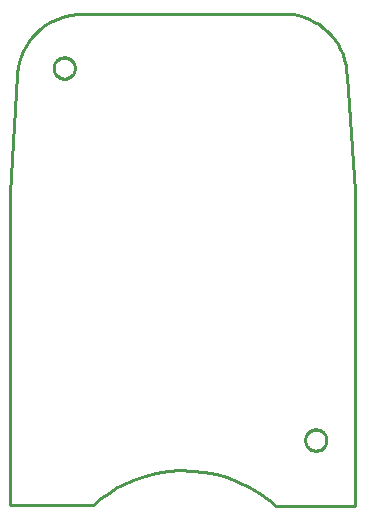
<source format=gbr>
G04 EAGLE Gerber RS-274X export*
G75*
%MOMM*%
%FSLAX34Y34*%
%LPD*%
%IN*%
%IPPOS*%
%AMOC8*
5,1,8,0,0,1.08239X$1,22.5*%
G01*
%ADD10C,0.254000*%


D10*
X2000Y4000D02*
X72000Y4000D01*
X78461Y9535D01*
X85380Y14485D01*
X92703Y18813D01*
X95000Y20000D01*
X97000Y21000D01*
X106241Y25127D01*
X115806Y28432D01*
X125623Y30892D01*
X135616Y32486D01*
X145711Y33204D01*
X155830Y33039D01*
X165896Y31992D01*
X175833Y30073D01*
X185564Y27294D01*
X195016Y23678D01*
X204117Y19252D01*
X212798Y14049D01*
X220992Y8110D01*
X227000Y3000D01*
X294000Y3000D01*
X294000Y270000D01*
X287000Y367000D01*
X286707Y371703D01*
X286004Y376362D01*
X284899Y380942D01*
X283398Y385408D01*
X281514Y389727D01*
X279261Y393865D01*
X276655Y397791D01*
X273718Y401474D01*
X270470Y404888D01*
X266937Y408006D01*
X263146Y410804D01*
X259126Y413261D01*
X254907Y415358D01*
X250521Y417079D01*
X246001Y418412D01*
X241383Y419346D01*
X236701Y419873D01*
X233000Y420000D01*
X63000Y420000D01*
X58199Y419790D01*
X53434Y419163D01*
X48743Y418123D01*
X44159Y416678D01*
X39719Y414839D01*
X35457Y412620D01*
X31404Y410038D01*
X27591Y407112D01*
X24048Y403866D01*
X20801Y400322D01*
X17876Y396510D01*
X15294Y392457D01*
X13075Y388194D01*
X11236Y383754D01*
X9790Y379171D01*
X8750Y374479D01*
X8123Y369715D01*
X8000Y368000D01*
X2000Y268000D01*
X2000Y4000D01*
X269760Y58487D02*
X269692Y57704D01*
X269555Y56930D01*
X269352Y56171D01*
X269083Y55433D01*
X268751Y54720D01*
X268358Y54040D01*
X267907Y53396D01*
X267402Y52794D01*
X266846Y52238D01*
X266244Y51733D01*
X265600Y51282D01*
X264920Y50889D01*
X264207Y50557D01*
X263469Y50288D01*
X262710Y50085D01*
X261936Y49949D01*
X261153Y49880D01*
X260367Y49880D01*
X259584Y49949D01*
X258810Y50085D01*
X258051Y50288D01*
X257313Y50557D01*
X256600Y50889D01*
X255920Y51282D01*
X255276Y51733D01*
X254674Y52238D01*
X254118Y52794D01*
X253613Y53396D01*
X253162Y54040D01*
X252769Y54720D01*
X252437Y55433D01*
X252168Y56171D01*
X251965Y56930D01*
X251829Y57704D01*
X251760Y58487D01*
X251760Y59273D01*
X251829Y60056D01*
X251965Y60830D01*
X252168Y61589D01*
X252437Y62327D01*
X252769Y63040D01*
X253162Y63720D01*
X253613Y64364D01*
X254118Y64966D01*
X254674Y65522D01*
X255276Y66027D01*
X255920Y66478D01*
X256600Y66871D01*
X257313Y67203D01*
X258051Y67472D01*
X258810Y67675D01*
X259584Y67812D01*
X260367Y67880D01*
X261153Y67880D01*
X261936Y67812D01*
X262710Y67675D01*
X263469Y67472D01*
X264207Y67203D01*
X264920Y66871D01*
X265600Y66478D01*
X266244Y66027D01*
X266846Y65522D01*
X267402Y64966D01*
X267907Y64364D01*
X268358Y63720D01*
X268751Y63040D01*
X269083Y62327D01*
X269352Y61589D01*
X269555Y60830D01*
X269692Y60056D01*
X269760Y59273D01*
X269760Y58487D01*
X56760Y373487D02*
X56692Y372704D01*
X56555Y371930D01*
X56352Y371171D01*
X56083Y370433D01*
X55751Y369720D01*
X55358Y369040D01*
X54907Y368396D01*
X54402Y367794D01*
X53846Y367238D01*
X53244Y366733D01*
X52600Y366282D01*
X51920Y365889D01*
X51207Y365557D01*
X50469Y365288D01*
X49710Y365085D01*
X48936Y364949D01*
X48153Y364880D01*
X47367Y364880D01*
X46584Y364949D01*
X45810Y365085D01*
X45051Y365288D01*
X44313Y365557D01*
X43600Y365889D01*
X42920Y366282D01*
X42276Y366733D01*
X41674Y367238D01*
X41118Y367794D01*
X40613Y368396D01*
X40162Y369040D01*
X39769Y369720D01*
X39437Y370433D01*
X39168Y371171D01*
X38965Y371930D01*
X38829Y372704D01*
X38760Y373487D01*
X38760Y374273D01*
X38829Y375056D01*
X38965Y375830D01*
X39168Y376589D01*
X39437Y377327D01*
X39769Y378040D01*
X40162Y378720D01*
X40613Y379364D01*
X41118Y379966D01*
X41674Y380522D01*
X42276Y381027D01*
X42920Y381478D01*
X43600Y381871D01*
X44313Y382203D01*
X45051Y382472D01*
X45810Y382675D01*
X46584Y382812D01*
X47367Y382880D01*
X48153Y382880D01*
X48936Y382812D01*
X49710Y382675D01*
X50469Y382472D01*
X51207Y382203D01*
X51920Y381871D01*
X52600Y381478D01*
X53244Y381027D01*
X53846Y380522D01*
X54402Y379966D01*
X54907Y379364D01*
X55358Y378720D01*
X55751Y378040D01*
X56083Y377327D01*
X56352Y376589D01*
X56555Y375830D01*
X56692Y375056D01*
X56760Y374273D01*
X56760Y373487D01*
M02*

</source>
